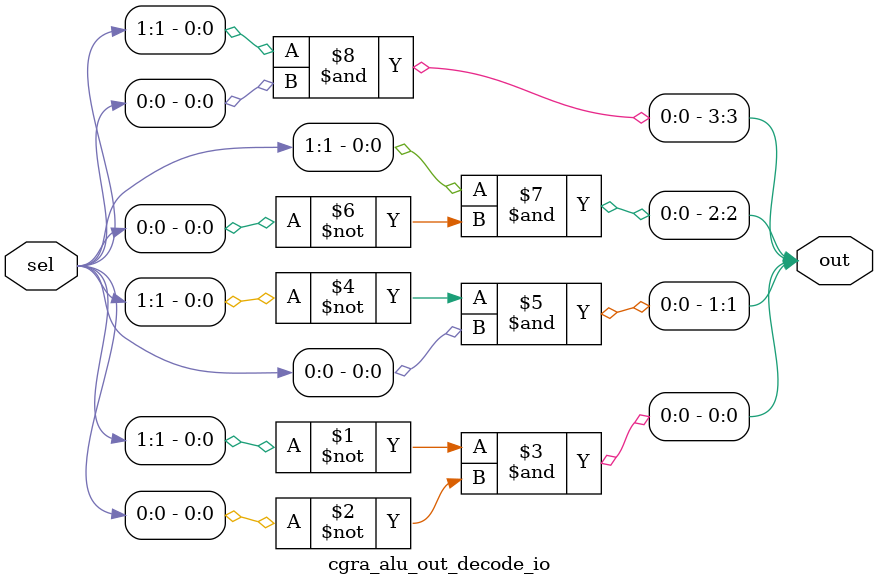
<source format=v>

module cgra_alu_out_decode_io
(
  input [2-1:0] sel,
  output [4-1:0] out
);

  assign out[0] = ~sel[1] & ~sel[0];
  assign out[1] = ~sel[1] & sel[0];
  assign out[2] = sel[1] & ~sel[0];
  assign out[3] = sel[1] & sel[0];

endmodule

</source>
